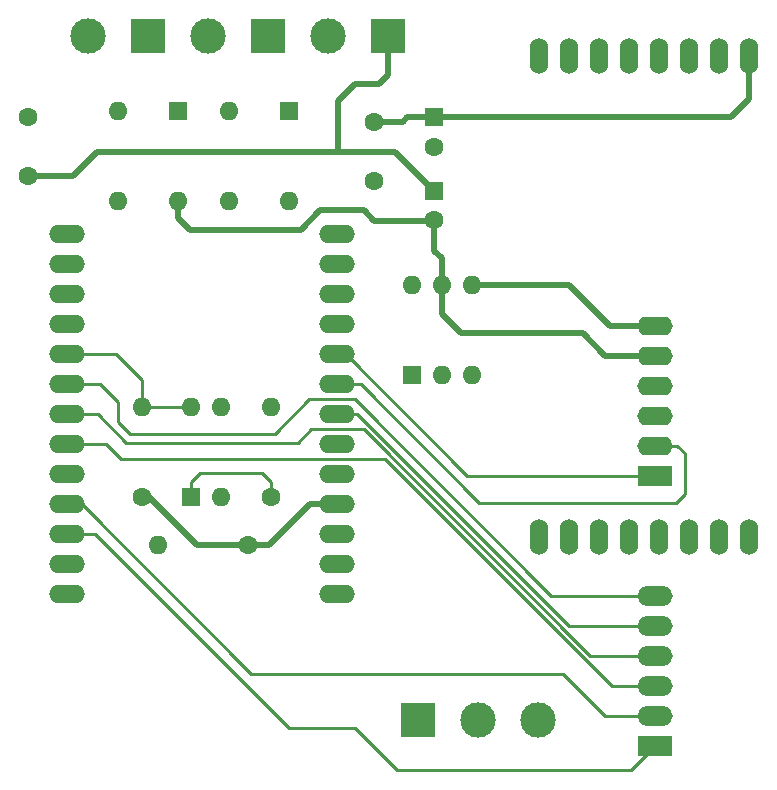
<source format=gbl>
G04 #@! TF.GenerationSoftware,KiCad,Pcbnew,5.1.10-88a1d61d58~90~ubuntu20.04.1*
G04 #@! TF.CreationDate,2021-07-14T18:43:21+02:00*
G04 #@! TF.ProjectId,master-wt32-eth01,6d617374-6572-42d7-9774-33322d657468,rev?*
G04 #@! TF.SameCoordinates,PX3a22d00PY8062360*
G04 #@! TF.FileFunction,Copper,L2,Bot*
G04 #@! TF.FilePolarity,Positive*
%FSLAX46Y46*%
G04 Gerber Fmt 4.6, Leading zero omitted, Abs format (unit mm)*
G04 Created by KiCad (PCBNEW 5.1.10-88a1d61d58~90~ubuntu20.04.1) date 2021-07-14 18:43:21*
%MOMM*%
%LPD*%
G01*
G04 APERTURE LIST*
G04 #@! TA.AperFunction,ComponentPad*
%ADD10O,1.524000X3.048000*%
G04 #@! TD*
G04 #@! TA.AperFunction,ComponentPad*
%ADD11O,3.048000X1.524000*%
G04 #@! TD*
G04 #@! TA.AperFunction,ComponentPad*
%ADD12R,1.600000X1.600000*%
G04 #@! TD*
G04 #@! TA.AperFunction,ComponentPad*
%ADD13O,1.600000X1.600000*%
G04 #@! TD*
G04 #@! TA.AperFunction,ComponentPad*
%ADD14C,1.600000*%
G04 #@! TD*
G04 #@! TA.AperFunction,ComponentPad*
%ADD15C,3.000000*%
G04 #@! TD*
G04 #@! TA.AperFunction,ComponentPad*
%ADD16R,3.000000X3.000000*%
G04 #@! TD*
G04 #@! TA.AperFunction,ComponentPad*
%ADD17O,3.000000X1.700000*%
G04 #@! TD*
G04 #@! TA.AperFunction,ComponentPad*
%ADD18R,3.000000X1.700000*%
G04 #@! TD*
G04 #@! TA.AperFunction,ComponentPad*
%ADD19O,3.000000X1.600000*%
G04 #@! TD*
G04 #@! TA.AperFunction,Conductor*
%ADD20C,0.500000*%
G04 #@! TD*
G04 #@! TA.AperFunction,Conductor*
%ADD21C,0.250000*%
G04 #@! TD*
G04 APERTURE END LIST*
D10*
X115062000Y-104267000D03*
X117602000Y-104267000D03*
X120142000Y-104267000D03*
X122682000Y-104267000D03*
X125222000Y-104267000D03*
X127762000Y-104267000D03*
X115062000Y-63500000D03*
X117602000Y-63500000D03*
X120142000Y-63500000D03*
X122682000Y-63500000D03*
X125222000Y-63500000D03*
X127762000Y-63500000D03*
X130302000Y-104267000D03*
X112522000Y-104267000D03*
X112522000Y-63500000D03*
X130302000Y-63500000D03*
D11*
X72517000Y-109093000D03*
X72517000Y-78613000D03*
X72517000Y-81153000D03*
X72517000Y-83693000D03*
X72517000Y-86233000D03*
X72517000Y-88773000D03*
X72517000Y-91313000D03*
X72517000Y-93853000D03*
X72517000Y-96393000D03*
X72517000Y-98933000D03*
X72517000Y-101473000D03*
X72517000Y-104013000D03*
X72517000Y-106553000D03*
X95377000Y-109093000D03*
X95377000Y-106553000D03*
X95377000Y-104013000D03*
X95377000Y-101473000D03*
X95377000Y-98933000D03*
X95377000Y-96393000D03*
X95377000Y-93853000D03*
X95377000Y-91313000D03*
X95377000Y-88773000D03*
X95377000Y-86233000D03*
X95377000Y-83693000D03*
X95377000Y-81153000D03*
X95377000Y-78613000D03*
D12*
X91313000Y-68199000D03*
D13*
X86233000Y-75819000D03*
X86233000Y-68199000D03*
X91313000Y-75819000D03*
D12*
X81915000Y-68199000D03*
D13*
X76835000Y-75819000D03*
X76835000Y-68199000D03*
X81915000Y-75819000D03*
D14*
X98552000Y-74088000D03*
X98552000Y-69088000D03*
X69215000Y-68660000D03*
X69215000Y-73660000D03*
X103632000Y-71207000D03*
D12*
X103632000Y-68707000D03*
D14*
X103632000Y-77430000D03*
D12*
X103632000Y-74930000D03*
D13*
X78867000Y-93218000D03*
D14*
X78867000Y-100838000D03*
D13*
X83058000Y-93218000D03*
X85598000Y-100838000D03*
X85598000Y-93218000D03*
D12*
X83058000Y-100838000D03*
D13*
X89789000Y-93218000D03*
D14*
X89789000Y-100838000D03*
D13*
X101727000Y-82931000D03*
X106807000Y-90551000D03*
X104267000Y-82931000D03*
X104267000Y-90551000D03*
X106807000Y-82931000D03*
D12*
X101727000Y-90551000D03*
D15*
X94615000Y-61849000D03*
D16*
X99695000Y-61849000D03*
D13*
X80264000Y-104902000D03*
D14*
X87884000Y-104902000D03*
D15*
X112395000Y-119761000D03*
X107315000Y-119761000D03*
D16*
X102235000Y-119761000D03*
D15*
X84455000Y-61849000D03*
D16*
X89535000Y-61849000D03*
D15*
X74295000Y-61849000D03*
D16*
X79375000Y-61849000D03*
D17*
X122301000Y-109220000D03*
X122301000Y-111760000D03*
X122301000Y-114300000D03*
X122301000Y-116840000D03*
X122301000Y-119380000D03*
D18*
X122301000Y-121920000D03*
D19*
X122301000Y-86360000D03*
X122301000Y-88900000D03*
X122301000Y-91440000D03*
X122301000Y-93980000D03*
X122301000Y-96520000D03*
D18*
X122301000Y-99060000D03*
D20*
X95504000Y-67310000D02*
X95504000Y-71628000D01*
X96901000Y-65913000D02*
X95504000Y-67310000D01*
X98933000Y-65913000D02*
X96901000Y-65913000D01*
X99695000Y-65151000D02*
X98933000Y-65913000D01*
X99695000Y-61849000D02*
X99695000Y-65151000D01*
X100330000Y-71628000D02*
X103632000Y-74930000D01*
X75057000Y-71628000D02*
X100330000Y-71628000D01*
X73025000Y-73660000D02*
X75057000Y-71628000D01*
X69215000Y-73660000D02*
X73025000Y-73660000D01*
X115062000Y-82931000D02*
X106807000Y-82931000D01*
X118491000Y-86360000D02*
X115062000Y-82931000D01*
X122301000Y-86360000D02*
X118491000Y-86360000D01*
X103632000Y-80010000D02*
X103632000Y-77430000D01*
X104267000Y-80645000D02*
X103632000Y-80010000D01*
X104267000Y-82931000D02*
X104267000Y-80645000D01*
X93980000Y-76581000D02*
X92329000Y-78232000D01*
X81915000Y-77216000D02*
X81915000Y-75819000D01*
X97663000Y-76581000D02*
X93980000Y-76581000D01*
X92329000Y-78232000D02*
X82931000Y-78232000D01*
X98552000Y-77470000D02*
X97663000Y-76581000D01*
X103592000Y-77470000D02*
X98552000Y-77470000D01*
X82931000Y-78232000D02*
X81915000Y-77216000D01*
X103632000Y-77430000D02*
X103592000Y-77470000D01*
X104267000Y-85344000D02*
X104267000Y-82931000D01*
X105918000Y-86995000D02*
X104267000Y-85344000D01*
X116205000Y-86995000D02*
X105918000Y-86995000D01*
X118110000Y-88900000D02*
X116205000Y-86995000D01*
X122301000Y-88900000D02*
X118110000Y-88900000D01*
X89662000Y-104902000D02*
X87884000Y-104902000D01*
X93091000Y-101473000D02*
X89662000Y-104902000D01*
X95377000Y-101473000D02*
X93091000Y-101473000D01*
X83566000Y-104902000D02*
X87884000Y-104902000D01*
X79502000Y-100838000D02*
X83566000Y-104902000D01*
X78867000Y-100838000D02*
X79502000Y-100838000D01*
D21*
X96139000Y-88773000D02*
X95377000Y-88773000D01*
X106426000Y-99060000D02*
X96139000Y-88773000D01*
X122301000Y-99060000D02*
X106426000Y-99060000D01*
X97409000Y-91313000D02*
X95377000Y-91313000D01*
X124079000Y-101346000D02*
X107442000Y-101346000D01*
X124841000Y-100584000D02*
X124079000Y-101346000D01*
X124841000Y-97155000D02*
X124841000Y-100584000D01*
X124206000Y-96520000D02*
X124841000Y-97155000D01*
X107442000Y-101346000D02*
X97409000Y-91313000D01*
X122301000Y-96520000D02*
X124206000Y-96520000D01*
X75120500Y-93853000D02*
X72517000Y-93853000D01*
X93218000Y-95123000D02*
X92075000Y-96266000D01*
X92075000Y-96266000D02*
X77533500Y-96266000D01*
X97645756Y-95123000D02*
X93218000Y-95123000D01*
X77533500Y-96266000D02*
X75120500Y-93853000D01*
X116822756Y-114300000D02*
X97645756Y-95123000D01*
X122301000Y-114300000D02*
X116822756Y-114300000D01*
X73787000Y-101473000D02*
X72517000Y-101473000D01*
X88138000Y-115824000D02*
X73787000Y-101473000D01*
X114554000Y-115824000D02*
X88138000Y-115824000D01*
X118110000Y-119380000D02*
X114554000Y-115824000D01*
X122301000Y-119380000D02*
X118110000Y-119380000D01*
X74930000Y-104013000D02*
X72517000Y-104013000D01*
X91313000Y-120396000D02*
X74930000Y-104013000D01*
X96901000Y-120396000D02*
X91313000Y-120396000D01*
X100457000Y-123952000D02*
X96901000Y-120396000D01*
X120269000Y-123952000D02*
X100457000Y-123952000D01*
X122301000Y-121920000D02*
X120269000Y-123952000D01*
X83058000Y-93218000D02*
X78867000Y-93218000D01*
X74416300Y-88773000D02*
X72517000Y-88773000D01*
X76708000Y-88773000D02*
X74416300Y-88773000D01*
X78867000Y-90932000D02*
X76708000Y-88773000D01*
X78867000Y-93218000D02*
X78867000Y-90932000D01*
X75311000Y-91313000D02*
X72517000Y-91313000D01*
X76835000Y-94488000D02*
X76835000Y-92837000D01*
X76835000Y-92837000D02*
X75311000Y-91313000D01*
X93046700Y-92583000D02*
X90125700Y-95504000D01*
X90125700Y-95504000D02*
X77851000Y-95504000D01*
X96901000Y-92583000D02*
X93046700Y-92583000D01*
X77851000Y-95504000D02*
X76835000Y-94488000D01*
X113538000Y-109220000D02*
X96901000Y-92583000D01*
X122301000Y-109220000D02*
X113538000Y-109220000D01*
X97082878Y-93853000D02*
X95377000Y-93853000D01*
X114989878Y-111760000D02*
X97082878Y-93853000D01*
X122301000Y-111760000D02*
X114989878Y-111760000D01*
X75819000Y-96393000D02*
X72517000Y-96393000D01*
X77089000Y-97663000D02*
X75819000Y-96393000D01*
X99478634Y-97663000D02*
X77089000Y-97663000D01*
X118655634Y-116840000D02*
X99478634Y-97663000D01*
X122301000Y-116840000D02*
X118655634Y-116840000D01*
X89789000Y-99568000D02*
X89789000Y-100838000D01*
X89027000Y-98806000D02*
X89789000Y-99568000D01*
X83058000Y-99568000D02*
X83820000Y-98806000D01*
X83820000Y-98806000D02*
X89027000Y-98806000D01*
X83058000Y-100838000D02*
X83058000Y-99568000D01*
D20*
X100965000Y-69088000D02*
X98552000Y-69088000D01*
X101346000Y-68707000D02*
X100965000Y-69088000D01*
X103632000Y-68707000D02*
X101346000Y-68707000D01*
X130302000Y-67183000D02*
X130302000Y-63500000D01*
X128778000Y-68707000D02*
X130302000Y-67183000D01*
X103632000Y-68707000D02*
X128778000Y-68707000D01*
M02*

</source>
